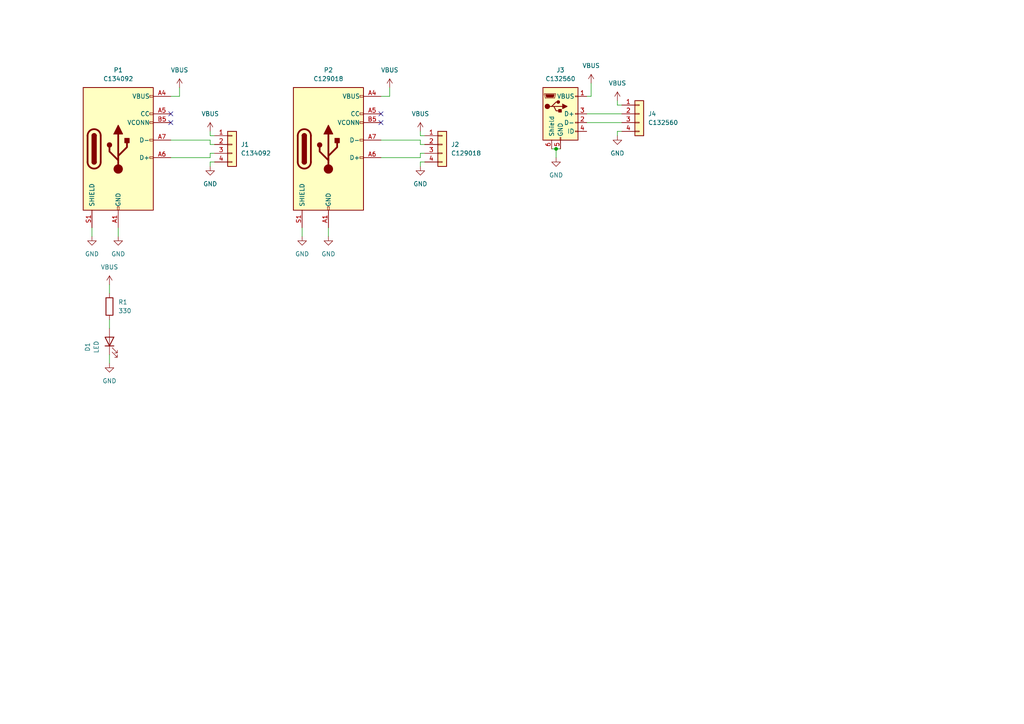
<source format=kicad_sch>
(kicad_sch (version 20211123) (generator eeschema)
  (paper "A4")
  (title_block (date "2022-05-03") (rev "A"))
  (lib_symbols
    (symbol "Connector:USB_B_Micro" (pin_names (offset 1.016))
      (property "Reference" "J" (at -5.08 11.43 0))
      (property "Value" "USB_B_Micro" (at -5.08 8.89 0))
      (symbol "USB_B_Micro_0_1"
        (rectangle (start -5.08 -7.62) (end 5.08 7.62) (stroke (width 0.254)) (fill (type background)))
        (circle (center -3.81 2.159) (radius 0.635) (stroke (width 0.254)) (fill (type outline)))
        (circle (center -0.635 3.429) (radius 0.381) (stroke (width 0.254)) (fill (type outline)))
        (rectangle (start -0.127 -7.62) (end 0.127 -6.858))
        (polyline (pts (xy -1.905 2.159) (xy 0.635 2.159)) (stroke (width 0.254)))
        (polyline (pts (xy -3.175 2.159) (xy -2.54 2.159) (xy -1.27 3.429) (xy -0.635 3.429)) (stroke (width 0.254)))
        (polyline (pts (xy -2.54 2.159) (xy -1.905 2.159) (xy -1.27 0.889) (xy 0 0.889)) (stroke (width 0.254)))
        (polyline (pts (xy 0.635 2.794) (xy 0.635 1.524) (xy 1.905 2.159) (xy 0.635 2.794)) (stroke (width 0.254)) (fill (type outline)))
        (polyline (pts (xy -4.318 5.588) (xy -1.778 5.588) (xy -2.032 4.826) (xy -4.064 4.826) (xy -4.318 5.588)) (fill (type outline)))
        (polyline (pts (xy -4.699 5.842) (xy -4.699 5.588) (xy -4.445 4.826) (xy -4.445 4.572) (xy -1.651 4.572) (xy -1.651 4.826) (xy -1.397 5.588) (xy -1.397 5.842) (xy -4.699 5.842)))
        (rectangle (start 0.254 1.27) (end -0.508 0.508) (stroke (width 0.254)) (fill (type outline)))
        (rectangle (start 5.08 -5.207) (end 4.318 -4.953))
        (rectangle (start 5.08 -2.667) (end 4.318 -2.413))
        (rectangle (start 5.08 -0.127) (end 4.318 0.127))
        (rectangle (start 5.08 4.953) (end 4.318 5.207))
      )
      (symbol "USB_B_Micro_1_1"
        (pin power_out line (at 7.62 5.08 180) (length 2.54) (name "VBUS") (number "1"))
        (pin bidirectional line (at 7.62 -2.54 180) (length 2.54) (name "D-") (number "2"))
        (pin bidirectional line (at 7.62 0 180) (length 2.54) (name "D+") (number "3"))
        (pin passive line (at 7.62 -5.08 180) (length 2.54) (name "ID") (number "4"))
        (pin power_out line (at 0 -10.16 90) (length 2.54) (name "GND") (number "5"))
        (pin passive line (at -2.54 -10.16 90) (length 2.54) (name "Shield") (number "6"))
      )
    )
    (symbol "Connector:USB_C_Plug_USB2.0" (pin_names (offset 1.016))
      (property "Reference" "P" (at -10.16 19.05 0))
      (property "Value" "USB_C_Plug_USB2.0" (at 12.7 19.05 0))
      (symbol "USB_C_Plug_USB2.0_0_0"
        (rectangle (start -0.254 -17.78) (end 0.254 -16.764))
        (rectangle (start 10.16 -2.286) (end 9.144 -2.794))
        (rectangle (start 10.16 2.794) (end 9.144 2.286))
        (rectangle (start 10.16 7.874) (end 9.144 7.366))
        (rectangle (start 10.16 10.414) (end 9.144 9.906))
        (rectangle (start 10.16 15.494) (end 9.144 14.986))
      )
      (symbol "USB_C_Plug_USB2.0_0_1"
        (rectangle (start -10.16 17.78) (end 10.16 -17.78) (stroke (width 0.254)) (fill (type background)))
        (arc (start -8.89 -3.81) (mid -6.985 -5.715) (end -5.08 -3.81) (stroke (width 0.508)))
        (arc (start -7.62 -3.81) (mid -6.985 -4.445) (end -6.35 -3.81) (stroke (width 0.254)))
        (arc (start -7.62 -3.81) (mid -6.985 -4.445) (end -6.35 -3.81) (stroke (width 0.254)) (fill (type outline)))
        (rectangle (start -7.62 -3.81) (end -6.35 3.81) (stroke (width 0.254)) (fill (type outline)))
        (arc (start -6.35 3.81) (mid -6.985 4.445) (end -7.62 3.81) (stroke (width 0.254)))
        (arc (start -6.35 3.81) (mid -6.985 4.445) (end -7.62 3.81) (stroke (width 0.254)) (fill (type outline)))
        (arc (start -5.08 3.81) (mid -6.985 5.715) (end -8.89 3.81) (stroke (width 0.508)))
        (circle (center -2.54 1.143) (radius 0.635) (stroke (width 0.254)) (fill (type outline)))
        (circle (center 0 -5.842) (radius 1.27) (fill (type outline)))
        (polyline (pts (xy -8.89 -3.81) (xy -8.89 3.81)) (stroke (width 0.508)))
        (polyline (pts (xy -5.08 3.81) (xy -5.08 -3.81)) (stroke (width 0.508)))
        (polyline (pts (xy 0 -5.842) (xy 0 4.318)) (stroke (width 0.508)))
        (polyline (pts (xy 0 -3.302) (xy -2.54 -0.762) (xy -2.54 0.508)) (stroke (width 0.508)))
        (polyline (pts (xy 0 -2.032) (xy 2.54 0.508) (xy 2.54 1.778)) (stroke (width 0.508)))
        (polyline (pts (xy -1.27 4.318) (xy 0 6.858) (xy 1.27 4.318) (xy -1.27 4.318)) (stroke (width 0.254)) (fill (type outline)))
        (rectangle (start 1.905 1.778) (end 3.175 3.048) (stroke (width 0.254)) (fill (type outline)))
      )
      (symbol "USB_C_Plug_USB2.0_1_1"
        (pin passive line (at 0 -22.86 90) (length 5.08) (name "GND") (number "A1"))
        (pin passive line (at 0 -22.86 90) (length 5.08) hide (name "GND") (number "A12"))
        (pin passive line (at 15.24 15.24 180) (length 5.08) (name "VBUS") (number "A4"))
        (pin bidirectional line (at 15.24 10.16 180) (length 5.08) (name "CC") (number "A5"))
        (pin bidirectional line (at 15.24 -2.54 180) (length 5.08) (name "D+") (number "A6"))
        (pin bidirectional line (at 15.24 2.54 180) (length 5.08) (name "D-") (number "A7"))
        (pin passive line (at 15.24 15.24 180) (length 5.08) hide (name "VBUS") (number "A9"))
        (pin passive line (at 0 -22.86 90) (length 5.08) hide (name "GND") (number "B1"))
        (pin passive line (at 0 -22.86 90) (length 5.08) hide (name "GND") (number "B12"))
        (pin passive line (at 15.24 15.24 180) (length 5.08) hide (name "VBUS") (number "B4"))
        (pin bidirectional line (at 15.24 7.62 180) (length 5.08) (name "VCONN") (number "B5"))
        (pin passive line (at 15.24 15.24 180) (length 5.08) hide (name "VBUS") (number "B9"))
        (pin passive line (at -7.62 -22.86 90) (length 5.08) (name "SHIELD") (number "S1"))
      )
    )
    (symbol "Connector_Generic:Conn_01x04" (pin_names (offset 1.016) hide)
      (property "Reference" "J" (at 0 5.08 0))
      (property "Value" "Conn_01x04" (at 0 -7.62 0))
      (symbol "Conn_01x04_1_1"
        (rectangle (start -1.27 -4.953) (end 0 -5.207) (stroke (width 0.1524)))
        (rectangle (start -1.27 -2.413) (end 0 -2.667) (stroke (width 0.1524)))
        (rectangle (start -1.27 0.127) (end 0 -0.127) (stroke (width 0.1524)))
        (rectangle (start -1.27 2.667) (end 0 2.413) (stroke (width 0.1524)))
        (rectangle (start -1.27 3.81) (end 1.27 -6.35) (stroke (width 0.254)) (fill (type background)))
        (pin passive line (at -5.08 2.54 0) (length 3.81) (name "Pin_1") (number "1"))
        (pin passive line (at -5.08 0 0) (length 3.81) (name "Pin_2") (number "2"))
        (pin passive line (at -5.08 -2.54 0) (length 3.81) (name "Pin_3") (number "3"))
        (pin passive line (at -5.08 -5.08 0) (length 3.81) (name "Pin_4") (number "4"))
      )
    )
    (symbol "Device:LED" (pin_numbers hide) (pin_names (offset 1.016) hide)
      (property "Reference" "D" (at 0 2.54 0))
      (property "Value" "LED" (at 0 -2.54 0))
      (symbol "LED_0_1"
        (polyline (pts (xy -1.27 -1.27) (xy -1.27 1.27)) (stroke (width 0.254)))
        (polyline (pts (xy -1.27 0) (xy 1.27 0)))
        (polyline (pts (xy 1.27 -1.27) (xy 1.27 1.27) (xy -1.27 0) (xy 1.27 -1.27)) (stroke (width 0.254)))
        (polyline (pts (xy -3.048 -0.762) (xy -4.572 -2.286) (xy -3.81 -2.286) (xy -4.572 -2.286) (xy -4.572 -1.524)))
        (polyline (pts (xy -1.778 -0.762) (xy -3.302 -2.286) (xy -2.54 -2.286) (xy -3.302 -2.286) (xy -3.302 -1.524)))
      )
      (symbol "LED_1_1"
        (pin passive line (at -3.81 0 0) (length 2.54) (name "K") (number "1"))
        (pin passive line (at 3.81 0 180) (length 2.54) (name "A") (number "2"))
      )
    )
    (symbol "Device:R" (pin_numbers hide) (pin_names (offset 0))
      (property "Reference" "R" (at 2.032 0 90))
      (property "Value" "R" (at 0 0 90))
      (symbol "R_0_1"
        (rectangle (start -1.016 -2.54) (end 1.016 2.54) (stroke (width 0.254)))
      )
      (symbol "R_1_1"
        (pin passive line (at 0 3.81 270) (length 1.27) (name "~") (number "1"))
        (pin passive line (at 0 -3.81 90) (length 1.27) (name "~") (number "2"))
      )
    )
    (symbol "power:GND" (power) (pin_names (offset 0))
      (property "Value" "GND" (at 0 -3.81 0))
      (symbol "GND_0_1"
        (polyline (pts (xy 0 0) (xy 0 -1.27) (xy 1.27 -1.27) (xy 0 -2.54) (xy -1.27 -1.27) (xy 0 -1.27)))
      )
      (symbol "GND_1_1"
        (pin power_in line (at 0 0 270) (length 0) hide (name "GND") (number "1"))
      )
    )
    (symbol "power:VBUS" (power) (pin_names (offset 0))
      (property "Value" "VBUS" (at 0 3.81 0))
      (symbol "VBUS_0_1"
        (polyline (pts (xy -0.762 1.27) (xy 0 2.54)))
        (polyline (pts (xy 0 0) (xy 0 2.54)))
        (polyline (pts (xy 0 2.54) (xy 0.762 1.27)))
      )
      (symbol "VBUS_1_1"
        (pin power_in line (at 0 0 90) (length 0) hide (name "VBUS") (number "1"))
      )
    )
  )
  (junction (at 161.29 43.18))
  (no_connect (at 110.49 33.02))
  (no_connect (at 110.49 35.56))
  (no_connect (at 49.53 33.02))
  (no_connect (at 49.53 35.56))
  (wire (pts (xy 60.96 44.45) (xy 62.23 44.45)))
  (wire (pts (xy 49.53 40.64) (xy 60.96 40.64)))
  (wire (pts (xy 110.49 27.94) (xy 113.03 27.94)))
  (wire (pts (xy 171.45 27.94) (xy 171.45 24.13)))
  (wire (pts (xy 161.29 43.18) (xy 161.29 45.72)))
  (wire (pts (xy 121.92 38.1) (xy 121.92 39.37)))
  (wire (pts (xy 110.49 45.72) (xy 121.92 45.72)))
  (wire (pts (xy 60.96 41.91) (xy 62.23 41.91)))
  (wire (pts (xy 95.25 66.04) (xy 95.25 68.58)))
  (wire (pts (xy 179.07 39.37) (xy 179.07 38.1)))
  (wire (pts (xy 60.96 38.1) (xy 60.96 39.37)))
  (wire (pts (xy 121.92 41.91) (xy 123.19 41.91)))
  (wire (pts (xy 170.18 27.94) (xy 171.45 27.94)))
  (wire (pts (xy 60.96 40.64) (xy 60.96 41.91)))
  (wire (pts (xy 121.92 39.37) (xy 123.19 39.37)))
  (wire (pts (xy 87.63 66.04) (xy 87.63 68.58)))
  (wire (pts (xy 52.07 27.94) (xy 52.07 25.4)))
  (wire (pts (xy 26.67 66.04) (xy 26.67 68.58)))
  (wire (pts (xy 31.75 82.55) (xy 31.75 85.09)))
  (wire (pts (xy 179.07 29.21) (xy 179.07 30.48)))
  (wire (pts (xy 60.96 46.99) (xy 62.23 46.99)))
  (wire (pts (xy 179.07 38.1) (xy 180.34 38.1)))
  (wire (pts (xy 121.92 46.99) (xy 123.19 46.99)))
  (wire (pts (xy 170.18 33.02) (xy 180.34 33.02)))
  (wire (pts (xy 179.07 30.48) (xy 180.34 30.48)))
  (wire (pts (xy 161.29 43.18) (xy 162.56 43.18)))
  (wire (pts (xy 34.29 66.04) (xy 34.29 68.58)))
  (wire (pts (xy 160.02 43.18) (xy 161.29 43.18)))
  (wire (pts (xy 110.49 40.64) (xy 121.92 40.64)))
  (wire (pts (xy 60.96 48.26) (xy 60.96 46.99)))
  (wire (pts (xy 121.92 48.26) (xy 121.92 46.99)))
  (wire (pts (xy 60.96 39.37) (xy 62.23 39.37)))
  (wire (pts (xy 31.75 92.71) (xy 31.75 95.25)))
  (wire (pts (xy 49.53 45.72) (xy 60.96 45.72)))
  (wire (pts (xy 113.03 27.94) (xy 113.03 25.4)))
  (wire (pts (xy 49.53 27.94) (xy 52.07 27.94)))
  (wire (pts (xy 170.18 35.56) (xy 180.34 35.56)))
  (wire (pts (xy 121.92 44.45) (xy 123.19 44.45)))
  (wire (pts (xy 60.96 45.72) (xy 60.96 44.45)))
  (wire (pts (xy 31.75 102.87) (xy 31.75 105.41)))
  (wire (pts (xy 121.92 40.64) (xy 121.92 41.91)))
  (wire (pts (xy 121.92 45.72) (xy 121.92 44.45)))
  (symbol (lib_id "Connector:USB_C_Plug_USB2.0") (at 95.25 43.18 0) (unit 1)
    (property "Reference" "P2" (at 95.25 20.32 0))
    (property "Value" "C129018" (at 95.25 22.86 0))
    (property "Footprint" "USB-C-Connectors:TYPE-C-31-M-14" (effects hide))
    (property "Datasheet" "https://www.usb.org/sites/default/files/documents/usb_type-c.zip" (effects hide))
    (property "LCSC" "C129018" (effects hide))
  )
  (symbol (lib_id "Connector_Generic:Conn_01x04") (at 67.31 41.91 0) (unit 1)
    (property "Reference" "J1" (at 69.85 41.9099 0) (effects (justify left)))
    (property "Value" "C134092" (at 69.85 44.4499 0) (effects (justify left)))
    (property "Footprint" "Connector_PinSocket_2.54mm:PinSocket_1x04_P2.54mm_Vertical" (effects hide))
  )
  (symbol (lib_id "Device:LED") (at 31.75 99.06 90) (unit 1)
    (property "Reference" "D1" (at 25.4 100.6475 0))
    (property "Value" "LED" (at 27.94 100.6475 0))
    (property "Footprint" "LED_SMD:LED_0805_2012Metric" (effects hide))
    (property "Datasheet" "https://datasheet.lcsc.com/lcsc/1912111437_Yongyu-Photoelectric-SZYY0805G_C434432.pdf" (effects hide))
    (property "LCSC" "C434432" (effects hide))
  )
  (symbol (lib_id "power:GND") (at 161.29 45.72 0) (unit 1)
    (property "Reference" "#PWR013" (effects hide))
    (property "Value" "GND" (at 161.29 50.8 0))
  )
  (symbol (lib_id "Connector_Generic:Conn_01x04") (at 128.27 41.91 0) (unit 1)
    (property "Reference" "J2" (at 130.81 41.9099 0) (effects (justify left)))
    (property "Value" "C129018" (at 130.81 44.4499 0) (effects (justify left)))
    (property "Footprint" "Connector_PinSocket_2.54mm:PinSocket_1x04_P2.54mm_Vertical" (effects hide))
  )
  (symbol (lib_id "power:VBUS") (at 52.07 25.4 0) (unit 1)
    (property "Reference" "#PWR05" (effects hide))
    (property "Value" "VBUS" (at 52.07 20.32 0))
  )
  (symbol (lib_id "power:GND") (at 179.07 39.37 0) (unit 1)
    (property "Reference" "#PWR016" (effects hide))
    (property "Value" "GND" (at 179.07 44.45 0))
  )
  (symbol (lib_id "power:GND") (at 95.25 68.58 0) (unit 1)
    (property "Reference" "#PWR09" (effects hide))
    (property "Value" "GND" (at 95.25 73.66 0))
  )
  (symbol (lib_id "power:VBUS") (at 113.03 25.4 0) (unit 1)
    (property "Reference" "#PWR010" (effects hide))
    (property "Value" "VBUS" (at 113.03 20.32 0))
  )
  (symbol (lib_id "power:GND") (at 26.67 68.58 0) (unit 1)
    (property "Reference" "#PWR01" (effects hide))
    (property "Value" "GND" (at 26.67 73.66 0))
  )
  (symbol (lib_id "power:GND") (at 121.92 48.26 0) (unit 1)
    (property "Reference" "#PWR012" (effects hide))
    (property "Value" "GND" (at 121.92 53.34 0))
  )
  (symbol (lib_id "power:VBUS") (at 171.45 24.13 0) (unit 1)
    (property "Reference" "#PWR014" (effects hide))
    (property "Value" "VBUS" (at 171.45 19.05 0))
  )
  (symbol (lib_id "power:VBUS") (at 60.96 38.1 0) (unit 1)
    (property "Reference" "#PWR06" (effects hide))
    (property "Value" "VBUS" (at 60.96 33.02 0))
  )
  (symbol (lib_id "power:GND") (at 34.29 68.58 0) (unit 1)
    (property "Reference" "#PWR04" (effects hide))
    (property "Value" "GND" (at 34.29 73.66 0))
  )
  (symbol (lib_id "Connector:USB_B_Micro") (at 162.56 33.02 0) (unit 1)
    (property "Reference" "J3" (at 162.56 20.32 0))
    (property "Value" "C132560" (at 162.56 22.86 0))
    (property "Footprint" "Connector_USB:USB_Micro-B_Molex_47346-0001" (effects hide))
    (property "LCSC" "C132560" (effects hide))
  )
  (symbol (lib_id "power:VBUS") (at 31.75 82.55 0) (unit 1)
    (property "Reference" "#PWR02" (effects hide))
    (property "Value" "VBUS" (at 31.75 77.47 0))
  )
  (symbol (lib_id "power:VBUS") (at 179.07 29.21 0) (unit 1)
    (property "Reference" "#PWR015" (effects hide))
    (property "Value" "VBUS" (at 179.07 24.13 0))
  )
  (symbol (lib_id "power:GND") (at 60.96 48.26 0) (unit 1)
    (property "Reference" "#PWR07" (effects hide))
    (property "Value" "GND" (at 60.96 53.34 0))
  )
  (symbol (lib_id "Connector:USB_C_Plug_USB2.0") (at 34.29 43.18 0) (unit 1)
    (property "Reference" "P1" (at 34.29 20.32 0))
    (property "Value" "C134092" (at 34.29 22.86 0))
    (property "Footprint" "ki-usb-connectors:MOLEX_105450-0101" (effects hide))
    (property "Datasheet" "https://www.usb.org/sites/default/files/documents/usb_type-c.zip" (effects hide))
    (property "LCSC" "C134092" (effects hide))
  )
  (symbol (lib_id "Connector_Generic:Conn_01x04") (at 185.42 33.02 0) (unit 1)
    (property "Reference" "J4" (at 187.96 33.0199 0) (effects (justify left)))
    (property "Value" "C132560" (at 187.96 35.5599 0) (effects (justify left)))
    (property "Footprint" "Connector_PinSocket_2.54mm:PinSocket_1x04_P2.54mm_Vertical" (effects hide))
  )
  (symbol (lib_id "Device:R") (at 31.75 88.9 0) (unit 1)
    (property "Reference" "R1" (at 34.29 87.6299 0) (effects (justify left)))
    (property "Value" "330" (at 34.29 90.1699 0) (effects (justify left)))
    (property "Footprint" "Resistor_SMD:R_0805_2012Metric" (effects hide))
    (property "Datasheet" "https://datasheet.lcsc.com/lcsc/2110251830_UNI-ROYAL-Uniroyal-Elec-0805W8F3300T5E_C17630.pdf" (effects hide))
    (property "LCSC" "C17630" (effects hide))
  )
  (symbol (lib_id "power:VBUS") (at 121.92 38.1 0) (unit 1)
    (property "Reference" "#PWR011" (effects hide))
    (property "Value" "VBUS" (at 121.92 33.02 0))
  )
  (symbol (lib_id "power:GND") (at 87.63 68.58 0) (unit 1)
    (property "Reference" "#PWR08" (effects hide))
    (property "Value" "GND" (at 87.63 73.66 0))
  )
  (symbol (lib_id "power:GND") (at 31.75 105.41 0) (unit 1)
    (property "Reference" "#PWR03" (effects hide))
    (property "Value" "GND" (at 31.75 110.49 0))
  )
)
</source>
